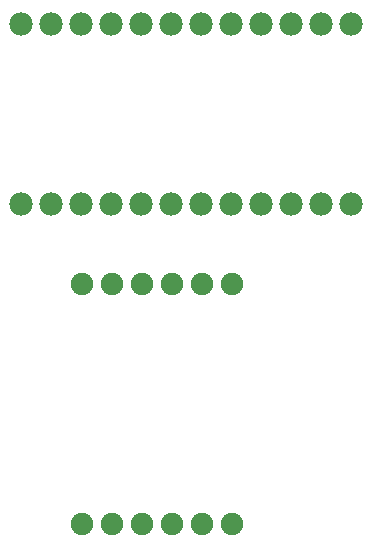
<source format=gts>
G04 Layer: TopSolderMaskLayer*
G04 EasyEDA v6.5.47, 2024-09-19 05:07:01*
G04 da73b591da4a40a19c68f2a140ff4f82,20cc673dbd184c8ca6733993ffc9aab1,10*
G04 Gerber Generator version 0.2*
G04 Scale: 100 percent, Rotated: No, Reflected: No *
G04 Dimensions in millimeters *
G04 leading zeros omitted , absolute positions ,4 integer and 5 decimal *
%FSLAX45Y45*%
%MOMM*%

%ADD10C,1.9032*%
%ADD11C,1.9812*%

%LPD*%
D10*
G01*
X8041893Y3492500D03*
G01*
X8295893Y3492500D03*
G01*
X8549893Y3492500D03*
G01*
X8803893Y3492500D03*
G01*
X9057893Y3492500D03*
G01*
X9311893Y3492500D03*
G01*
X9311893Y1460500D03*
G01*
X9057893Y1460500D03*
G01*
X8803893Y1460500D03*
G01*
X8549893Y1460500D03*
G01*
X8295893Y1460500D03*
G01*
X8041893Y1460500D03*
D11*
G01*
X10312400Y4165600D03*
G01*
X10058400Y4165600D03*
G01*
X9804400Y4165600D03*
G01*
X9550400Y4165600D03*
G01*
X9296400Y4165600D03*
G01*
X9042400Y4165600D03*
G01*
X8788400Y4165600D03*
G01*
X8534400Y4165600D03*
G01*
X8280400Y4165600D03*
G01*
X8026400Y4165600D03*
G01*
X7772400Y4165600D03*
G01*
X7518400Y4165600D03*
G01*
X7518400Y5689600D03*
G01*
X7772400Y5689600D03*
G01*
X8026400Y5689600D03*
G01*
X8280400Y5689600D03*
G01*
X8534400Y5689600D03*
G01*
X8788400Y5689600D03*
G01*
X9042400Y5689600D03*
G01*
X9296400Y5689600D03*
G01*
X9550400Y5689600D03*
G01*
X9804400Y5689600D03*
G01*
X10058400Y5689600D03*
G01*
X10312400Y5689600D03*
M02*

</source>
